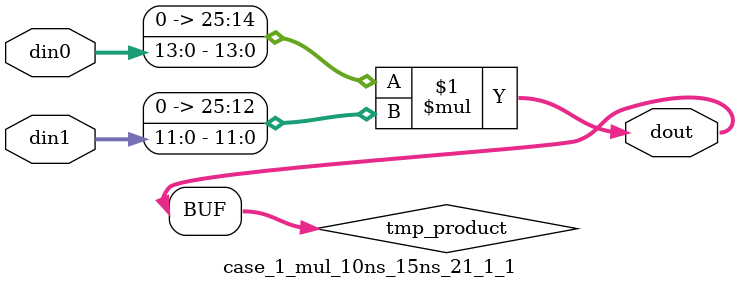
<source format=v>

`timescale 1 ns / 1 ps

 (* use_dsp = "no" *)  module case_1_mul_10ns_15ns_21_1_1(din0, din1, dout);
parameter ID = 1;
parameter NUM_STAGE = 0;
parameter din0_WIDTH = 14;
parameter din1_WIDTH = 12;
parameter dout_WIDTH = 26;

input [din0_WIDTH - 1 : 0] din0; 
input [din1_WIDTH - 1 : 0] din1; 
output [dout_WIDTH - 1 : 0] dout;

wire signed [dout_WIDTH - 1 : 0] tmp_product;
























assign tmp_product = $signed({1'b0, din0}) * $signed({1'b0, din1});











assign dout = tmp_product;





















endmodule

</source>
